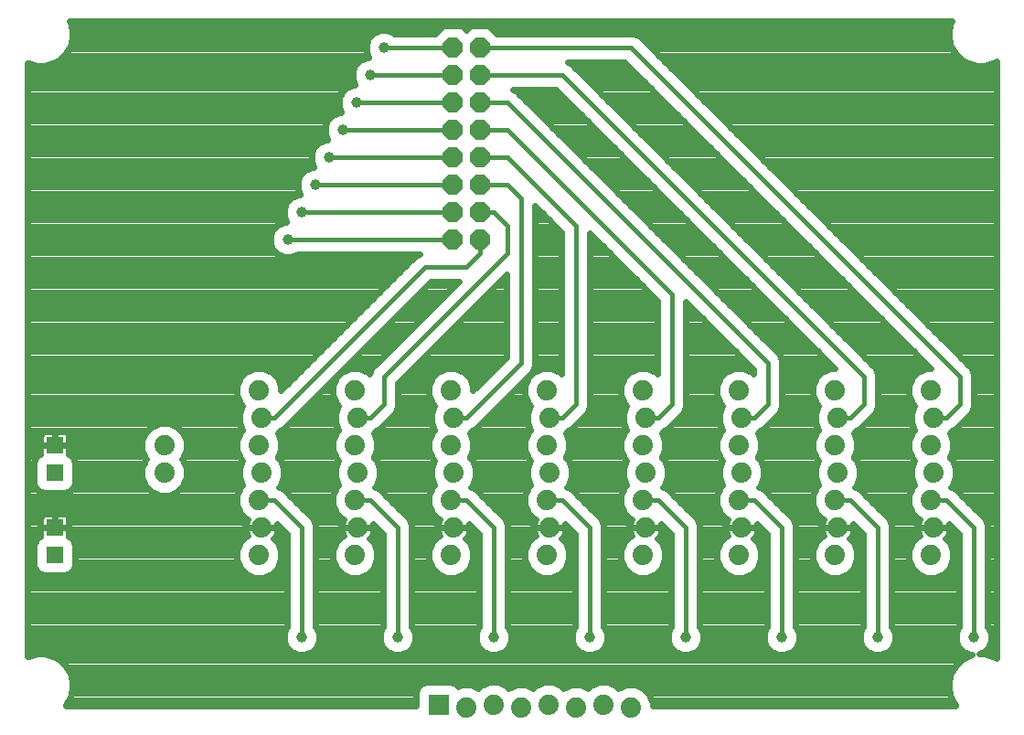
<source format=gbl>
G75*
%MOIN*%
%OFA0B0*%
%FSLAX25Y25*%
%IPPOS*%
%LPD*%
%AMOC8*
5,1,8,0,0,1.08239X$1,22.5*
%
%ADD10C,0.07400*%
%ADD11R,0.06000X0.06000*%
%ADD12R,0.07400X0.07400*%
%ADD13OC8,0.07400*%
%ADD14C,0.01600*%
%ADD15C,0.03962*%
%ADD16C,0.02400*%
D10*
X0091700Y0062200D03*
X0092700Y0072200D03*
X0091700Y0082200D03*
X0092700Y0092200D03*
X0091700Y0102200D03*
X0092700Y0112200D03*
X0091700Y0122200D03*
X0057200Y0102200D03*
X0057200Y0092200D03*
X0126700Y0082200D03*
X0127700Y0092200D03*
X0126700Y0102200D03*
X0127700Y0112200D03*
X0126700Y0122200D03*
X0161700Y0122200D03*
X0162700Y0112200D03*
X0161700Y0102200D03*
X0162700Y0092200D03*
X0161700Y0082200D03*
X0162700Y0072200D03*
X0161700Y0062200D03*
X0126700Y0062200D03*
X0127700Y0072200D03*
X0196700Y0062200D03*
X0197700Y0072200D03*
X0196700Y0082200D03*
X0197700Y0092200D03*
X0196700Y0102200D03*
X0197700Y0112200D03*
X0196700Y0122200D03*
X0231700Y0122200D03*
X0232700Y0112200D03*
X0231700Y0102200D03*
X0232700Y0092200D03*
X0231700Y0082200D03*
X0232700Y0072200D03*
X0231700Y0062200D03*
X0266700Y0062200D03*
X0267700Y0072200D03*
X0266700Y0082200D03*
X0267700Y0092200D03*
X0266700Y0102200D03*
X0267700Y0112200D03*
X0266700Y0122200D03*
X0301700Y0122200D03*
X0302700Y0112200D03*
X0301700Y0102200D03*
X0302700Y0092200D03*
X0301700Y0082200D03*
X0302700Y0072200D03*
X0301700Y0062200D03*
X0336700Y0062200D03*
X0337700Y0072200D03*
X0336700Y0082200D03*
X0337700Y0092200D03*
X0336700Y0102200D03*
X0337700Y0112200D03*
X0336700Y0122200D03*
X0227200Y0006700D03*
X0217200Y0007700D03*
X0207200Y0006700D03*
X0197200Y0007700D03*
X0187200Y0006700D03*
X0177200Y0007700D03*
X0167200Y0006700D03*
D11*
X0017200Y0062200D03*
X0017200Y0072200D03*
X0017200Y0092200D03*
X0017200Y0102200D03*
D12*
X0157200Y0007700D03*
D13*
X0162200Y0177200D03*
X0162200Y0187200D03*
X0172200Y0187200D03*
X0172200Y0177200D03*
X0172200Y0197200D03*
X0162200Y0197200D03*
X0162200Y0207200D03*
X0172200Y0207200D03*
X0172200Y0217200D03*
X0172200Y0227200D03*
X0162200Y0227200D03*
X0162200Y0217200D03*
X0162200Y0237200D03*
X0172200Y0237200D03*
X0172200Y0247200D03*
X0162200Y0247200D03*
D14*
X0137200Y0247200D01*
X0132200Y0237200D02*
X0162200Y0237200D01*
X0172200Y0237200D02*
X0202200Y0237200D01*
X0312200Y0127200D01*
X0312200Y0117200D01*
X0307200Y0112200D01*
X0302700Y0112200D01*
X0277200Y0117200D02*
X0277200Y0132200D01*
X0182200Y0227200D01*
X0172200Y0227200D01*
X0172200Y0217200D02*
X0182200Y0217200D01*
X0242200Y0157200D01*
X0242200Y0117200D01*
X0237200Y0112200D01*
X0232700Y0112200D01*
X0207200Y0117200D02*
X0207200Y0182200D01*
X0182200Y0207200D01*
X0172200Y0207200D01*
X0162200Y0207200D02*
X0117200Y0207200D01*
X0112200Y0197200D02*
X0162200Y0197200D01*
X0172200Y0197200D02*
X0182200Y0197200D01*
X0187200Y0192200D01*
X0187200Y0132200D01*
X0167200Y0112200D01*
X0162700Y0112200D01*
X0137200Y0117200D02*
X0137200Y0127200D01*
X0182200Y0172200D01*
X0182200Y0182200D01*
X0177200Y0187200D01*
X0172200Y0187200D01*
X0172200Y0177200D02*
X0172200Y0172200D01*
X0167200Y0167200D01*
X0152200Y0167200D01*
X0097200Y0112200D01*
X0092700Y0112200D01*
X0127700Y0112200D02*
X0132200Y0112200D01*
X0137200Y0117200D01*
X0132200Y0082200D02*
X0126700Y0082200D01*
X0132200Y0082200D02*
X0142200Y0072200D01*
X0142200Y0032200D01*
X0107200Y0032200D02*
X0107200Y0072200D01*
X0097200Y0082200D01*
X0091700Y0082200D01*
X0161700Y0082200D02*
X0167200Y0082200D01*
X0177200Y0072200D01*
X0177200Y0032200D01*
X0212200Y0032200D02*
X0212200Y0072200D01*
X0202200Y0082200D01*
X0196700Y0082200D01*
X0231700Y0082200D02*
X0237200Y0082200D01*
X0247200Y0072200D01*
X0247200Y0032200D01*
X0282200Y0032200D02*
X0282200Y0072200D01*
X0272200Y0082200D01*
X0266700Y0082200D01*
X0301700Y0082200D02*
X0307200Y0082200D01*
X0317200Y0072200D01*
X0317200Y0032200D01*
X0352200Y0032200D02*
X0352200Y0072200D01*
X0342200Y0082200D01*
X0336700Y0082200D01*
X0337700Y0112200D02*
X0342200Y0112200D01*
X0347200Y0117200D01*
X0347200Y0127200D01*
X0227200Y0247200D01*
X0172200Y0247200D01*
X0162200Y0227200D02*
X0127200Y0227200D01*
X0122200Y0217200D02*
X0162200Y0217200D01*
X0162200Y0187200D02*
X0107200Y0187200D01*
X0102200Y0177200D02*
X0162200Y0177200D01*
X0207200Y0117200D02*
X0202200Y0112200D01*
X0197700Y0112200D01*
X0267700Y0112200D02*
X0272200Y0112200D01*
X0277200Y0117200D01*
D15*
X0282200Y0032200D03*
X0317200Y0032200D03*
X0352200Y0032200D03*
X0247200Y0032200D03*
X0212200Y0032200D03*
X0177200Y0032200D03*
X0142200Y0032200D03*
X0107200Y0032200D03*
X0102200Y0177200D03*
X0107200Y0187200D03*
X0112200Y0197200D03*
X0117200Y0207200D03*
X0122200Y0217200D03*
X0127200Y0227200D03*
X0132200Y0237200D03*
X0137200Y0247200D03*
D16*
X0021402Y0007639D02*
X0021162Y0007400D01*
X0149100Y0007400D01*
X0149100Y0012275D01*
X0149770Y0013892D01*
X0151008Y0015130D01*
X0152625Y0015800D01*
X0161775Y0015800D01*
X0163392Y0015130D01*
X0164269Y0014253D01*
X0165589Y0014800D01*
X0168811Y0014800D01*
X0171663Y0013619D01*
X0172612Y0014567D01*
X0175589Y0015800D01*
X0178811Y0015800D01*
X0181788Y0014567D01*
X0182737Y0013619D01*
X0185589Y0014800D01*
X0188811Y0014800D01*
X0191663Y0013619D01*
X0192612Y0014567D01*
X0195589Y0015800D01*
X0198811Y0015800D01*
X0201788Y0014567D01*
X0202737Y0013619D01*
X0205589Y0014800D01*
X0208811Y0014800D01*
X0211663Y0013619D01*
X0212612Y0014567D01*
X0215589Y0015800D01*
X0218811Y0015800D01*
X0221788Y0014567D01*
X0222737Y0013619D01*
X0225589Y0014800D01*
X0228811Y0014800D01*
X0231788Y0013567D01*
X0234067Y0011288D01*
X0235300Y0008311D01*
X0235300Y0007400D01*
X0345738Y0007400D01*
X0345498Y0007639D01*
X0343984Y0010261D01*
X0343201Y0013186D01*
X0343201Y0016214D01*
X0343984Y0019139D01*
X0345498Y0021761D01*
X0347639Y0023902D01*
X0350261Y0025416D01*
X0351767Y0025819D01*
X0350931Y0025819D01*
X0348585Y0026790D01*
X0346790Y0028585D01*
X0345819Y0030931D01*
X0345819Y0033469D01*
X0346790Y0035815D01*
X0347000Y0036024D01*
X0347000Y0070046D01*
X0343450Y0073596D01*
X0343455Y0073582D01*
X0343600Y0072664D01*
X0343600Y0072200D01*
X0337700Y0072200D01*
X0337700Y0072200D01*
X0343600Y0072200D01*
X0343600Y0071736D01*
X0343455Y0070818D01*
X0343168Y0069935D01*
X0342746Y0069108D01*
X0342200Y0068356D01*
X0342099Y0068256D01*
X0343567Y0066788D01*
X0344800Y0063811D01*
X0344800Y0060589D01*
X0343567Y0057612D01*
X0341288Y0055333D01*
X0338311Y0054100D01*
X0335089Y0054100D01*
X0332112Y0055333D01*
X0329833Y0057612D01*
X0328600Y0060589D01*
X0328600Y0063811D01*
X0329833Y0066788D01*
X0332112Y0069067D01*
X0332577Y0069259D01*
X0332232Y0069935D01*
X0331945Y0070818D01*
X0331800Y0071736D01*
X0331800Y0072200D01*
X0337700Y0072200D01*
X0337700Y0072200D01*
X0331800Y0072200D01*
X0331800Y0072664D01*
X0331945Y0073582D01*
X0332232Y0074465D01*
X0332577Y0075141D01*
X0332112Y0075333D01*
X0329833Y0077612D01*
X0328600Y0080589D01*
X0328600Y0083811D01*
X0329833Y0086788D01*
X0330781Y0087737D01*
X0329600Y0090589D01*
X0329600Y0093811D01*
X0330781Y0096663D01*
X0329833Y0097612D01*
X0328600Y0100589D01*
X0328600Y0103811D01*
X0329833Y0106788D01*
X0330781Y0107737D01*
X0329600Y0110589D01*
X0329600Y0113811D01*
X0330781Y0116663D01*
X0329833Y0117612D01*
X0328600Y0120589D01*
X0328600Y0123811D01*
X0329833Y0126788D01*
X0332112Y0129067D01*
X0335089Y0130300D01*
X0336746Y0130300D01*
X0225046Y0242000D01*
X0204200Y0242000D01*
X0205146Y0241608D01*
X0206608Y0240146D01*
X0316608Y0130146D01*
X0317400Y0128234D01*
X0317400Y0116166D01*
X0316608Y0114254D01*
X0315146Y0112792D01*
X0310146Y0107792D01*
X0309465Y0107510D01*
X0308619Y0106663D01*
X0309800Y0103811D01*
X0309800Y0100589D01*
X0308619Y0097737D01*
X0309567Y0096788D01*
X0310800Y0093811D01*
X0310800Y0090589D01*
X0309567Y0087612D01*
X0309027Y0087072D01*
X0310146Y0086608D01*
X0320146Y0076608D01*
X0321608Y0075146D01*
X0322400Y0073234D01*
X0322400Y0036024D01*
X0322610Y0035815D01*
X0323581Y0033469D01*
X0323581Y0030931D01*
X0322610Y0028585D01*
X0320815Y0026790D01*
X0318469Y0025819D01*
X0315931Y0025819D01*
X0313585Y0026790D01*
X0311790Y0028585D01*
X0310819Y0030931D01*
X0310819Y0033469D01*
X0311790Y0035815D01*
X0312000Y0036024D01*
X0312000Y0070046D01*
X0308450Y0073596D01*
X0308455Y0073582D01*
X0308600Y0072664D01*
X0308600Y0072200D01*
X0302700Y0072200D01*
X0302700Y0072200D01*
X0308600Y0072200D01*
X0308600Y0071736D01*
X0308455Y0070818D01*
X0308168Y0069935D01*
X0307746Y0069108D01*
X0307200Y0068356D01*
X0307099Y0068256D01*
X0308567Y0066788D01*
X0309800Y0063811D01*
X0309800Y0060589D01*
X0308567Y0057612D01*
X0306288Y0055333D01*
X0303311Y0054100D01*
X0300089Y0054100D01*
X0297112Y0055333D01*
X0294833Y0057612D01*
X0293600Y0060589D01*
X0293600Y0063811D01*
X0294833Y0066788D01*
X0297112Y0069067D01*
X0297577Y0069259D01*
X0297232Y0069935D01*
X0296945Y0070818D01*
X0296800Y0071736D01*
X0296800Y0072200D01*
X0302700Y0072200D01*
X0302700Y0072200D01*
X0296800Y0072200D01*
X0296800Y0072664D01*
X0296945Y0073582D01*
X0297232Y0074465D01*
X0297577Y0075141D01*
X0297112Y0075333D01*
X0294833Y0077612D01*
X0293600Y0080589D01*
X0293600Y0083811D01*
X0294833Y0086788D01*
X0295781Y0087737D01*
X0294600Y0090589D01*
X0294600Y0093811D01*
X0295781Y0096663D01*
X0294833Y0097612D01*
X0293600Y0100589D01*
X0293600Y0103811D01*
X0294833Y0106788D01*
X0295781Y0107737D01*
X0294600Y0110589D01*
X0294600Y0113811D01*
X0295781Y0116663D01*
X0294833Y0117612D01*
X0293600Y0120589D01*
X0293600Y0123811D01*
X0294833Y0126788D01*
X0297112Y0129067D01*
X0300089Y0130300D01*
X0301746Y0130300D01*
X0200046Y0232000D01*
X0184200Y0232000D01*
X0185146Y0231608D01*
X0186608Y0230146D01*
X0281608Y0135146D01*
X0282400Y0133234D01*
X0282400Y0116166D01*
X0281608Y0114254D01*
X0280146Y0112792D01*
X0275146Y0107792D01*
X0274465Y0107510D01*
X0273619Y0106663D01*
X0274800Y0103811D01*
X0274800Y0100589D01*
X0273619Y0097737D01*
X0274567Y0096788D01*
X0275800Y0093811D01*
X0275800Y0090589D01*
X0274567Y0087612D01*
X0274027Y0087072D01*
X0275146Y0086608D01*
X0276608Y0085146D01*
X0276608Y0085146D01*
X0285146Y0076608D01*
X0285146Y0076608D01*
X0286608Y0075146D01*
X0287400Y0073234D01*
X0287400Y0036024D01*
X0287610Y0035815D01*
X0288581Y0033469D01*
X0288581Y0030931D01*
X0287610Y0028585D01*
X0285815Y0026790D01*
X0283469Y0025819D01*
X0280931Y0025819D01*
X0278585Y0026790D01*
X0276790Y0028585D01*
X0275819Y0030931D01*
X0275819Y0033469D01*
X0276790Y0035815D01*
X0277000Y0036024D01*
X0277000Y0070046D01*
X0273450Y0073596D01*
X0273455Y0073582D01*
X0273600Y0072664D01*
X0273600Y0072200D01*
X0267700Y0072200D01*
X0267700Y0072200D01*
X0273600Y0072200D01*
X0273600Y0071736D01*
X0273455Y0070818D01*
X0273168Y0069935D01*
X0272746Y0069108D01*
X0272200Y0068356D01*
X0272099Y0068256D01*
X0273567Y0066788D01*
X0274800Y0063811D01*
X0274800Y0060589D01*
X0273567Y0057612D01*
X0271288Y0055333D01*
X0268311Y0054100D01*
X0265089Y0054100D01*
X0262112Y0055333D01*
X0259833Y0057612D01*
X0258600Y0060589D01*
X0258600Y0063811D01*
X0259833Y0066788D01*
X0262112Y0069067D01*
X0262577Y0069259D01*
X0262232Y0069935D01*
X0261945Y0070818D01*
X0261800Y0071736D01*
X0261800Y0072200D01*
X0267700Y0072200D01*
X0267700Y0072200D01*
X0261800Y0072200D01*
X0261800Y0072664D01*
X0261945Y0073582D01*
X0262232Y0074465D01*
X0262577Y0075141D01*
X0262112Y0075333D01*
X0259833Y0077612D01*
X0258600Y0080589D01*
X0258600Y0083811D01*
X0259833Y0086788D01*
X0260781Y0087737D01*
X0259600Y0090589D01*
X0259600Y0093811D01*
X0260781Y0096663D01*
X0259833Y0097612D01*
X0258600Y0100589D01*
X0258600Y0103811D01*
X0259833Y0106788D01*
X0260781Y0107737D01*
X0259600Y0110589D01*
X0259600Y0113811D01*
X0260781Y0116663D01*
X0259833Y0117612D01*
X0258600Y0120589D01*
X0258600Y0123811D01*
X0259833Y0126788D01*
X0262112Y0129067D01*
X0265089Y0130300D01*
X0268311Y0130300D01*
X0271288Y0129067D01*
X0272000Y0128355D01*
X0272000Y0130046D01*
X0247400Y0154646D01*
X0247400Y0116166D01*
X0246608Y0114254D01*
X0245146Y0112792D01*
X0240146Y0107792D01*
X0239465Y0107510D01*
X0238619Y0106663D01*
X0239800Y0103811D01*
X0239800Y0100589D01*
X0238619Y0097737D01*
X0239567Y0096788D01*
X0240800Y0093811D01*
X0240800Y0090589D01*
X0239567Y0087612D01*
X0239027Y0087072D01*
X0240146Y0086608D01*
X0250146Y0076608D01*
X0251608Y0075146D01*
X0252400Y0073234D01*
X0252400Y0036024D01*
X0252610Y0035815D01*
X0253581Y0033469D01*
X0253581Y0030931D01*
X0252610Y0028585D01*
X0250815Y0026790D01*
X0248469Y0025819D01*
X0245931Y0025819D01*
X0243585Y0026790D01*
X0241790Y0028585D01*
X0240819Y0030931D01*
X0240819Y0033469D01*
X0241790Y0035815D01*
X0242000Y0036024D01*
X0242000Y0070046D01*
X0238450Y0073596D01*
X0238455Y0073582D01*
X0238600Y0072664D01*
X0238600Y0072200D01*
X0232700Y0072200D01*
X0232700Y0072200D01*
X0238600Y0072200D01*
X0238600Y0071736D01*
X0238455Y0070818D01*
X0238168Y0069935D01*
X0237746Y0069108D01*
X0237200Y0068356D01*
X0237099Y0068256D01*
X0238567Y0066788D01*
X0239800Y0063811D01*
X0239800Y0060589D01*
X0238567Y0057612D01*
X0236288Y0055333D01*
X0233311Y0054100D01*
X0230089Y0054100D01*
X0227112Y0055333D01*
X0224833Y0057612D01*
X0223600Y0060589D01*
X0223600Y0063811D01*
X0224833Y0066788D01*
X0227112Y0069067D01*
X0227577Y0069259D01*
X0227232Y0069935D01*
X0226945Y0070818D01*
X0226800Y0071736D01*
X0226800Y0072200D01*
X0232700Y0072200D01*
X0232700Y0072200D01*
X0226800Y0072200D01*
X0226800Y0072664D01*
X0226945Y0073582D01*
X0227232Y0074465D01*
X0227577Y0075141D01*
X0227112Y0075333D01*
X0224833Y0077612D01*
X0223600Y0080589D01*
X0223600Y0083811D01*
X0224833Y0086788D01*
X0225781Y0087737D01*
X0224600Y0090589D01*
X0224600Y0093811D01*
X0225781Y0096663D01*
X0224833Y0097612D01*
X0223600Y0100589D01*
X0223600Y0103811D01*
X0224833Y0106788D01*
X0225781Y0107737D01*
X0224600Y0110589D01*
X0224600Y0113811D01*
X0225781Y0116663D01*
X0224833Y0117612D01*
X0223600Y0120589D01*
X0223600Y0123811D01*
X0224833Y0126788D01*
X0227112Y0129067D01*
X0230089Y0130300D01*
X0233311Y0130300D01*
X0236288Y0129067D01*
X0237000Y0128355D01*
X0237000Y0155046D01*
X0212400Y0179646D01*
X0212400Y0116166D01*
X0211608Y0114254D01*
X0210146Y0112792D01*
X0205146Y0107792D01*
X0204465Y0107510D01*
X0203619Y0106663D01*
X0204800Y0103811D01*
X0204800Y0100589D01*
X0203619Y0097737D01*
X0204567Y0096788D01*
X0205800Y0093811D01*
X0205800Y0090589D01*
X0204567Y0087612D01*
X0204027Y0087072D01*
X0205146Y0086608D01*
X0215146Y0076608D01*
X0216608Y0075146D01*
X0217400Y0073234D01*
X0217400Y0036024D01*
X0217610Y0035815D01*
X0218581Y0033469D01*
X0218581Y0030931D01*
X0217610Y0028585D01*
X0215815Y0026790D01*
X0213469Y0025819D01*
X0210931Y0025819D01*
X0208585Y0026790D01*
X0206790Y0028585D01*
X0205819Y0030931D01*
X0205819Y0033469D01*
X0206790Y0035815D01*
X0207000Y0036024D01*
X0207000Y0070046D01*
X0203450Y0073596D01*
X0203455Y0073582D01*
X0203600Y0072664D01*
X0203600Y0072200D01*
X0197700Y0072200D01*
X0197700Y0072200D01*
X0203600Y0072200D01*
X0203600Y0071736D01*
X0203455Y0070818D01*
X0203168Y0069935D01*
X0202746Y0069108D01*
X0202200Y0068356D01*
X0202099Y0068256D01*
X0203567Y0066788D01*
X0204800Y0063811D01*
X0204800Y0060589D01*
X0203567Y0057612D01*
X0201288Y0055333D01*
X0198311Y0054100D01*
X0195089Y0054100D01*
X0192112Y0055333D01*
X0189833Y0057612D01*
X0188600Y0060589D01*
X0188600Y0063811D01*
X0189833Y0066788D01*
X0192112Y0069067D01*
X0192577Y0069259D01*
X0192232Y0069935D01*
X0191945Y0070818D01*
X0191800Y0071736D01*
X0191800Y0072200D01*
X0197700Y0072200D01*
X0197700Y0072200D01*
X0191800Y0072200D01*
X0191800Y0072664D01*
X0191945Y0073582D01*
X0192232Y0074465D01*
X0192577Y0075141D01*
X0192112Y0075333D01*
X0189833Y0077612D01*
X0188600Y0080589D01*
X0188600Y0083811D01*
X0189833Y0086788D01*
X0190781Y0087737D01*
X0189600Y0090589D01*
X0189600Y0093811D01*
X0190781Y0096663D01*
X0189833Y0097612D01*
X0188600Y0100589D01*
X0188600Y0103811D01*
X0189833Y0106788D01*
X0190781Y0107737D01*
X0189600Y0110589D01*
X0189600Y0113811D01*
X0190781Y0116663D01*
X0189833Y0117612D01*
X0188600Y0120589D01*
X0188600Y0123811D01*
X0189833Y0126788D01*
X0192112Y0129067D01*
X0195089Y0130300D01*
X0198311Y0130300D01*
X0201288Y0129067D01*
X0202000Y0128355D01*
X0202000Y0180046D01*
X0192400Y0189646D01*
X0192400Y0131166D01*
X0191608Y0129254D01*
X0190146Y0127792D01*
X0170146Y0107792D01*
X0169465Y0107510D01*
X0168619Y0106663D01*
X0169800Y0103811D01*
X0169800Y0100589D01*
X0168619Y0097737D01*
X0169567Y0096788D01*
X0170800Y0093811D01*
X0170800Y0090589D01*
X0169567Y0087612D01*
X0169027Y0087072D01*
X0170146Y0086608D01*
X0180146Y0076608D01*
X0181608Y0075146D01*
X0182400Y0073234D01*
X0182400Y0036024D01*
X0182610Y0035815D01*
X0183581Y0033469D01*
X0183581Y0030931D01*
X0182610Y0028585D01*
X0180815Y0026790D01*
X0178469Y0025819D01*
X0175931Y0025819D01*
X0173585Y0026790D01*
X0171790Y0028585D01*
X0170819Y0030931D01*
X0170819Y0033469D01*
X0171790Y0035815D01*
X0172000Y0036024D01*
X0172000Y0070046D01*
X0168450Y0073596D01*
X0168455Y0073582D01*
X0168600Y0072664D01*
X0168600Y0072200D01*
X0162700Y0072200D01*
X0162700Y0072200D01*
X0168600Y0072200D01*
X0168600Y0071736D01*
X0168455Y0070818D01*
X0168168Y0069935D01*
X0167746Y0069108D01*
X0167200Y0068356D01*
X0167099Y0068256D01*
X0168567Y0066788D01*
X0169800Y0063811D01*
X0169800Y0060589D01*
X0168567Y0057612D01*
X0166288Y0055333D01*
X0163311Y0054100D01*
X0160089Y0054100D01*
X0157112Y0055333D01*
X0154833Y0057612D01*
X0153600Y0060589D01*
X0153600Y0063811D01*
X0154833Y0066788D01*
X0157112Y0069067D01*
X0157577Y0069259D01*
X0157232Y0069935D01*
X0156945Y0070818D01*
X0156800Y0071736D01*
X0156800Y0072200D01*
X0162700Y0072200D01*
X0162700Y0072200D01*
X0156800Y0072200D01*
X0156800Y0072664D01*
X0156945Y0073582D01*
X0157232Y0074465D01*
X0157577Y0075141D01*
X0157112Y0075333D01*
X0154833Y0077612D01*
X0153600Y0080589D01*
X0153600Y0083811D01*
X0154833Y0086788D01*
X0155781Y0087737D01*
X0154600Y0090589D01*
X0154600Y0093811D01*
X0155781Y0096663D01*
X0154833Y0097612D01*
X0153600Y0100589D01*
X0153600Y0103811D01*
X0154833Y0106788D01*
X0155781Y0107737D01*
X0154600Y0110589D01*
X0154600Y0113811D01*
X0155781Y0116663D01*
X0154833Y0117612D01*
X0153600Y0120589D01*
X0153600Y0123811D01*
X0154833Y0126788D01*
X0157112Y0129067D01*
X0160089Y0130300D01*
X0163311Y0130300D01*
X0166288Y0129067D01*
X0168567Y0126788D01*
X0169800Y0123811D01*
X0169800Y0122154D01*
X0182000Y0134354D01*
X0182000Y0164646D01*
X0142400Y0125046D01*
X0142400Y0116166D01*
X0141608Y0114254D01*
X0140146Y0112792D01*
X0135146Y0107792D01*
X0134465Y0107510D01*
X0133619Y0106663D01*
X0134800Y0103811D01*
X0134800Y0100589D01*
X0133619Y0097737D01*
X0134567Y0096788D01*
X0135800Y0093811D01*
X0135800Y0090589D01*
X0134567Y0087612D01*
X0134027Y0087072D01*
X0135146Y0086608D01*
X0145146Y0076608D01*
X0146608Y0075146D01*
X0147400Y0073234D01*
X0147400Y0036024D01*
X0147610Y0035815D01*
X0148581Y0033469D01*
X0148581Y0030931D01*
X0147610Y0028585D01*
X0145815Y0026790D01*
X0143469Y0025819D01*
X0140931Y0025819D01*
X0138585Y0026790D01*
X0136790Y0028585D01*
X0135819Y0030931D01*
X0135819Y0033469D01*
X0136790Y0035815D01*
X0137000Y0036024D01*
X0137000Y0070046D01*
X0133450Y0073596D01*
X0133455Y0073582D01*
X0133600Y0072664D01*
X0133600Y0072200D01*
X0127700Y0072200D01*
X0127700Y0072200D01*
X0133600Y0072200D01*
X0133600Y0071736D01*
X0133455Y0070818D01*
X0133168Y0069935D01*
X0132746Y0069108D01*
X0132200Y0068356D01*
X0132099Y0068256D01*
X0133567Y0066788D01*
X0134800Y0063811D01*
X0134800Y0060589D01*
X0133567Y0057612D01*
X0131288Y0055333D01*
X0128311Y0054100D01*
X0125089Y0054100D01*
X0122112Y0055333D01*
X0119833Y0057612D01*
X0118600Y0060589D01*
X0118600Y0063811D01*
X0119833Y0066788D01*
X0122112Y0069067D01*
X0122577Y0069259D01*
X0122232Y0069935D01*
X0121945Y0070818D01*
X0121800Y0071736D01*
X0121800Y0072200D01*
X0127700Y0072200D01*
X0127700Y0072200D01*
X0121800Y0072200D01*
X0121800Y0072664D01*
X0121945Y0073582D01*
X0122232Y0074465D01*
X0122577Y0075141D01*
X0122112Y0075333D01*
X0119833Y0077612D01*
X0118600Y0080589D01*
X0118600Y0083811D01*
X0119833Y0086788D01*
X0120781Y0087737D01*
X0119600Y0090589D01*
X0119600Y0093811D01*
X0120781Y0096663D01*
X0119833Y0097612D01*
X0118600Y0100589D01*
X0118600Y0103811D01*
X0119833Y0106788D01*
X0120781Y0107737D01*
X0119600Y0110589D01*
X0119600Y0113811D01*
X0120781Y0116663D01*
X0119833Y0117612D01*
X0118600Y0120589D01*
X0118600Y0123811D01*
X0119833Y0126788D01*
X0122112Y0129067D01*
X0125089Y0130300D01*
X0128311Y0130300D01*
X0131288Y0129067D01*
X0132035Y0128320D01*
X0132792Y0130146D01*
X0164646Y0162000D01*
X0154354Y0162000D01*
X0100146Y0107792D01*
X0099465Y0107510D01*
X0098619Y0106663D01*
X0099800Y0103811D01*
X0099800Y0100589D01*
X0098619Y0097737D01*
X0099567Y0096788D01*
X0100800Y0093811D01*
X0100800Y0090589D01*
X0099567Y0087612D01*
X0099027Y0087072D01*
X0100146Y0086608D01*
X0110146Y0076608D01*
X0111608Y0075146D01*
X0112400Y0073234D01*
X0112400Y0036024D01*
X0112610Y0035815D01*
X0113581Y0033469D01*
X0113581Y0030931D01*
X0112610Y0028585D01*
X0110815Y0026790D01*
X0108469Y0025819D01*
X0105931Y0025819D01*
X0103585Y0026790D01*
X0101790Y0028585D01*
X0100819Y0030931D01*
X0100819Y0033469D01*
X0101790Y0035815D01*
X0102000Y0036024D01*
X0102000Y0070046D01*
X0098450Y0073596D01*
X0098455Y0073582D01*
X0098600Y0072664D01*
X0098600Y0072200D01*
X0092700Y0072200D01*
X0092700Y0072200D01*
X0098600Y0072200D01*
X0098600Y0071736D01*
X0098455Y0070818D01*
X0098168Y0069935D01*
X0097746Y0069108D01*
X0097200Y0068356D01*
X0097099Y0068256D01*
X0098567Y0066788D01*
X0099800Y0063811D01*
X0099800Y0060589D01*
X0098567Y0057612D01*
X0096288Y0055333D01*
X0093311Y0054100D01*
X0090089Y0054100D01*
X0087112Y0055333D01*
X0084833Y0057612D01*
X0083600Y0060589D01*
X0083600Y0063811D01*
X0084833Y0066788D01*
X0087112Y0069067D01*
X0087577Y0069259D01*
X0087232Y0069935D01*
X0086945Y0070818D01*
X0086800Y0071736D01*
X0086800Y0072200D01*
X0092700Y0072200D01*
X0092700Y0072200D01*
X0086800Y0072200D01*
X0086800Y0072664D01*
X0086945Y0073582D01*
X0087232Y0074465D01*
X0087577Y0075141D01*
X0087112Y0075333D01*
X0084833Y0077612D01*
X0083600Y0080589D01*
X0083600Y0083811D01*
X0084833Y0086788D01*
X0085781Y0087737D01*
X0084600Y0090589D01*
X0084600Y0093811D01*
X0085781Y0096663D01*
X0084833Y0097612D01*
X0083600Y0100589D01*
X0083600Y0103811D01*
X0084833Y0106788D01*
X0085781Y0107737D01*
X0084600Y0110589D01*
X0084600Y0113811D01*
X0085781Y0116663D01*
X0084833Y0117612D01*
X0083600Y0120589D01*
X0083600Y0123811D01*
X0084833Y0126788D01*
X0087112Y0129067D01*
X0090089Y0130300D01*
X0093311Y0130300D01*
X0096288Y0129067D01*
X0098567Y0126788D01*
X0099800Y0123811D01*
X0099800Y0122154D01*
X0147792Y0170146D01*
X0149254Y0171608D01*
X0150200Y0172000D01*
X0106024Y0172000D01*
X0105815Y0171790D01*
X0103469Y0170819D01*
X0100931Y0170819D01*
X0098585Y0171790D01*
X0096790Y0173585D01*
X0095819Y0175931D01*
X0095819Y0178469D01*
X0096790Y0180815D01*
X0098585Y0182610D01*
X0100931Y0183581D01*
X0101795Y0183581D01*
X0101790Y0183585D01*
X0100819Y0185931D01*
X0100819Y0188469D01*
X0101790Y0190815D01*
X0103585Y0192610D01*
X0105931Y0193581D01*
X0106795Y0193581D01*
X0106790Y0193585D01*
X0105819Y0195931D01*
X0105819Y0198469D01*
X0106790Y0200815D01*
X0108585Y0202610D01*
X0110931Y0203581D01*
X0111795Y0203581D01*
X0111790Y0203585D01*
X0110819Y0205931D01*
X0110819Y0208469D01*
X0111790Y0210815D01*
X0113585Y0212610D01*
X0115931Y0213581D01*
X0116795Y0213581D01*
X0116790Y0213585D01*
X0115819Y0215931D01*
X0115819Y0218469D01*
X0116790Y0220815D01*
X0118585Y0222610D01*
X0120931Y0223581D01*
X0121795Y0223581D01*
X0121790Y0223585D01*
X0120819Y0225931D01*
X0120819Y0228469D01*
X0121790Y0230815D01*
X0123585Y0232610D01*
X0125931Y0233581D01*
X0126795Y0233581D01*
X0126790Y0233585D01*
X0125819Y0235931D01*
X0125819Y0238469D01*
X0126790Y0240815D01*
X0128585Y0242610D01*
X0130931Y0243581D01*
X0131795Y0243581D01*
X0131790Y0243585D01*
X0130819Y0245931D01*
X0130819Y0248469D01*
X0131790Y0250815D01*
X0133585Y0252610D01*
X0135931Y0253581D01*
X0138469Y0253581D01*
X0140815Y0252610D01*
X0141024Y0252400D01*
X0155945Y0252400D01*
X0158845Y0255300D01*
X0165555Y0255300D01*
X0167200Y0253655D01*
X0168845Y0255300D01*
X0175555Y0255300D01*
X0178455Y0252400D01*
X0228234Y0252400D01*
X0230146Y0251608D01*
X0231608Y0250146D01*
X0351608Y0130146D01*
X0352400Y0128234D01*
X0352400Y0116166D01*
X0351608Y0114254D01*
X0350146Y0112792D01*
X0345146Y0107792D01*
X0344465Y0107510D01*
X0343619Y0106663D01*
X0344800Y0103811D01*
X0344800Y0100589D01*
X0343619Y0097737D01*
X0344567Y0096788D01*
X0345800Y0093811D01*
X0345800Y0090589D01*
X0344567Y0087612D01*
X0344027Y0087072D01*
X0345146Y0086608D01*
X0355146Y0076608D01*
X0356608Y0075146D01*
X0357400Y0073234D01*
X0357400Y0036024D01*
X0357610Y0035815D01*
X0358581Y0033469D01*
X0358581Y0030931D01*
X0357610Y0028585D01*
X0355815Y0026790D01*
X0354387Y0026199D01*
X0356214Y0026199D01*
X0359139Y0025416D01*
X0360701Y0024514D01*
X0360701Y0242386D01*
X0359139Y0241484D01*
X0356214Y0240701D01*
X0353186Y0240701D01*
X0350261Y0241484D01*
X0347639Y0242998D01*
X0345498Y0245139D01*
X0343984Y0247761D01*
X0343201Y0250686D01*
X0343201Y0253714D01*
X0343984Y0256639D01*
X0344170Y0256961D01*
X0022730Y0256961D01*
X0022916Y0256639D01*
X0023699Y0253714D01*
X0023699Y0250686D01*
X0022916Y0247761D01*
X0021402Y0245139D01*
X0019261Y0242998D01*
X0016639Y0241484D01*
X0013714Y0240701D01*
X0010686Y0240701D01*
X0007761Y0241484D01*
X0007400Y0241693D01*
X0007400Y0025207D01*
X0007761Y0025416D01*
X0010686Y0026199D01*
X0013714Y0026199D01*
X0016639Y0025416D01*
X0019261Y0023902D01*
X0021402Y0021761D01*
X0022916Y0019139D01*
X0023699Y0016214D01*
X0023699Y0013186D01*
X0022916Y0010261D01*
X0021402Y0007639D01*
X0022416Y0009396D02*
X0149100Y0009396D01*
X0149100Y0011794D02*
X0023326Y0011794D01*
X0023699Y0014193D02*
X0150070Y0014193D01*
X0144353Y0026185D02*
X0175047Y0026185D01*
X0171792Y0028584D02*
X0147608Y0028584D01*
X0148581Y0030982D02*
X0170819Y0030982D01*
X0170819Y0033381D02*
X0148581Y0033381D01*
X0147624Y0035779D02*
X0171776Y0035779D01*
X0172000Y0038178D02*
X0147400Y0038178D01*
X0147400Y0040576D02*
X0172000Y0040576D01*
X0172000Y0042975D02*
X0147400Y0042975D01*
X0147400Y0045373D02*
X0172000Y0045373D01*
X0172000Y0047772D02*
X0147400Y0047772D01*
X0147400Y0050170D02*
X0172000Y0050170D01*
X0172000Y0052569D02*
X0147400Y0052569D01*
X0147400Y0054967D02*
X0157995Y0054967D01*
X0155079Y0057366D02*
X0147400Y0057366D01*
X0147400Y0059764D02*
X0153942Y0059764D01*
X0153600Y0062163D02*
X0147400Y0062163D01*
X0147400Y0064561D02*
X0153911Y0064561D01*
X0155005Y0066960D02*
X0147400Y0066960D01*
X0147400Y0069358D02*
X0157526Y0069358D01*
X0156800Y0071757D02*
X0147400Y0071757D01*
X0147019Y0074155D02*
X0157132Y0074155D01*
X0155891Y0076554D02*
X0145200Y0076554D01*
X0142802Y0078952D02*
X0154278Y0078952D01*
X0153600Y0081351D02*
X0140403Y0081351D01*
X0138005Y0083749D02*
X0153600Y0083749D01*
X0154568Y0086148D02*
X0135606Y0086148D01*
X0134954Y0088546D02*
X0155446Y0088546D01*
X0154600Y0090945D02*
X0135800Y0090945D01*
X0135800Y0093343D02*
X0154600Y0093343D01*
X0155400Y0095742D02*
X0135000Y0095742D01*
X0133786Y0098140D02*
X0154614Y0098140D01*
X0153621Y0100539D02*
X0134779Y0100539D01*
X0134800Y0102937D02*
X0153600Y0102937D01*
X0154232Y0105336D02*
X0134168Y0105336D01*
X0135008Y0107734D02*
X0155779Y0107734D01*
X0154789Y0110133D02*
X0137487Y0110133D01*
X0139885Y0112532D02*
X0154600Y0112532D01*
X0155063Y0114930D02*
X0141888Y0114930D01*
X0142400Y0117329D02*
X0155116Y0117329D01*
X0153957Y0119727D02*
X0142400Y0119727D01*
X0142400Y0122126D02*
X0153600Y0122126D01*
X0153895Y0124524D02*
X0142400Y0124524D01*
X0144276Y0126923D02*
X0154967Y0126923D01*
X0157726Y0129321D02*
X0146675Y0129321D01*
X0149074Y0131720D02*
X0179366Y0131720D01*
X0181764Y0134118D02*
X0151472Y0134118D01*
X0153871Y0136517D02*
X0182000Y0136517D01*
X0182000Y0138915D02*
X0156269Y0138915D01*
X0158668Y0141314D02*
X0182000Y0141314D01*
X0182000Y0143712D02*
X0161066Y0143712D01*
X0163465Y0146111D02*
X0182000Y0146111D01*
X0182000Y0148509D02*
X0165863Y0148509D01*
X0168262Y0150908D02*
X0182000Y0150908D01*
X0182000Y0153306D02*
X0170660Y0153306D01*
X0173059Y0155705D02*
X0182000Y0155705D01*
X0182000Y0158103D02*
X0175457Y0158103D01*
X0177856Y0160502D02*
X0182000Y0160502D01*
X0182000Y0162900D02*
X0180254Y0162900D01*
X0192400Y0162900D02*
X0202000Y0162900D01*
X0202000Y0160502D02*
X0192400Y0160502D01*
X0192400Y0158103D02*
X0202000Y0158103D01*
X0202000Y0155705D02*
X0192400Y0155705D01*
X0192400Y0153306D02*
X0202000Y0153306D01*
X0202000Y0150908D02*
X0192400Y0150908D01*
X0192400Y0148509D02*
X0202000Y0148509D01*
X0202000Y0146111D02*
X0192400Y0146111D01*
X0192400Y0143712D02*
X0202000Y0143712D01*
X0202000Y0141314D02*
X0192400Y0141314D01*
X0192400Y0138915D02*
X0202000Y0138915D01*
X0202000Y0136517D02*
X0192400Y0136517D01*
X0192400Y0134118D02*
X0202000Y0134118D01*
X0202000Y0131720D02*
X0192400Y0131720D01*
X0192726Y0129321D02*
X0191636Y0129321D01*
X0189967Y0126923D02*
X0189277Y0126923D01*
X0188895Y0124524D02*
X0186878Y0124524D01*
X0188600Y0122126D02*
X0184479Y0122126D01*
X0182081Y0119727D02*
X0188957Y0119727D01*
X0190116Y0117329D02*
X0179682Y0117329D01*
X0177284Y0114930D02*
X0190063Y0114930D01*
X0189600Y0112532D02*
X0174885Y0112532D01*
X0172487Y0110133D02*
X0189789Y0110133D01*
X0190779Y0107734D02*
X0170008Y0107734D01*
X0169168Y0105336D02*
X0189232Y0105336D01*
X0188600Y0102937D02*
X0169800Y0102937D01*
X0169779Y0100539D02*
X0188621Y0100539D01*
X0189614Y0098140D02*
X0168786Y0098140D01*
X0170000Y0095742D02*
X0190400Y0095742D01*
X0189600Y0093343D02*
X0170800Y0093343D01*
X0170800Y0090945D02*
X0189600Y0090945D01*
X0190446Y0088546D02*
X0169954Y0088546D01*
X0170606Y0086148D02*
X0189568Y0086148D01*
X0188600Y0083749D02*
X0173005Y0083749D01*
X0175403Y0081351D02*
X0188600Y0081351D01*
X0189278Y0078952D02*
X0177802Y0078952D01*
X0180200Y0076554D02*
X0190891Y0076554D01*
X0192132Y0074155D02*
X0182019Y0074155D01*
X0182400Y0071757D02*
X0191800Y0071757D01*
X0192526Y0069358D02*
X0182400Y0069358D01*
X0182400Y0066960D02*
X0190005Y0066960D01*
X0188911Y0064561D02*
X0182400Y0064561D01*
X0182400Y0062163D02*
X0188600Y0062163D01*
X0188942Y0059764D02*
X0182400Y0059764D01*
X0182400Y0057366D02*
X0190079Y0057366D01*
X0192995Y0054967D02*
X0182400Y0054967D01*
X0182400Y0052569D02*
X0207000Y0052569D01*
X0207000Y0054967D02*
X0200405Y0054967D01*
X0203321Y0057366D02*
X0207000Y0057366D01*
X0207000Y0059764D02*
X0204458Y0059764D01*
X0204800Y0062163D02*
X0207000Y0062163D01*
X0207000Y0064561D02*
X0204489Y0064561D01*
X0203395Y0066960D02*
X0207000Y0066960D01*
X0207000Y0069358D02*
X0202874Y0069358D01*
X0203600Y0071757D02*
X0205289Y0071757D01*
X0212802Y0078952D02*
X0224278Y0078952D01*
X0223600Y0081351D02*
X0210403Y0081351D01*
X0208005Y0083749D02*
X0223600Y0083749D01*
X0224568Y0086148D02*
X0205606Y0086148D01*
X0204954Y0088546D02*
X0225446Y0088546D01*
X0224600Y0090945D02*
X0205800Y0090945D01*
X0205800Y0093343D02*
X0224600Y0093343D01*
X0225400Y0095742D02*
X0205000Y0095742D01*
X0203786Y0098140D02*
X0224614Y0098140D01*
X0223621Y0100539D02*
X0204779Y0100539D01*
X0204800Y0102937D02*
X0223600Y0102937D01*
X0224232Y0105336D02*
X0204168Y0105336D01*
X0205008Y0107734D02*
X0225779Y0107734D01*
X0224789Y0110133D02*
X0207487Y0110133D01*
X0209885Y0112532D02*
X0224600Y0112532D01*
X0225063Y0114930D02*
X0211888Y0114930D01*
X0212400Y0117329D02*
X0225116Y0117329D01*
X0223957Y0119727D02*
X0212400Y0119727D01*
X0212400Y0122126D02*
X0223600Y0122126D01*
X0223895Y0124524D02*
X0212400Y0124524D01*
X0212400Y0126923D02*
X0224967Y0126923D01*
X0227726Y0129321D02*
X0212400Y0129321D01*
X0212400Y0131720D02*
X0237000Y0131720D01*
X0237000Y0134118D02*
X0212400Y0134118D01*
X0212400Y0136517D02*
X0237000Y0136517D01*
X0237000Y0138915D02*
X0212400Y0138915D01*
X0212400Y0141314D02*
X0237000Y0141314D01*
X0237000Y0143712D02*
X0212400Y0143712D01*
X0212400Y0146111D02*
X0237000Y0146111D01*
X0237000Y0148509D02*
X0212400Y0148509D01*
X0212400Y0150908D02*
X0237000Y0150908D01*
X0237000Y0153306D02*
X0212400Y0153306D01*
X0212400Y0155705D02*
X0236341Y0155705D01*
X0233943Y0158103D02*
X0212400Y0158103D01*
X0212400Y0160502D02*
X0231544Y0160502D01*
X0229146Y0162900D02*
X0212400Y0162900D01*
X0212400Y0165299D02*
X0226747Y0165299D01*
X0224349Y0167697D02*
X0212400Y0167697D01*
X0212400Y0170096D02*
X0221950Y0170096D01*
X0219552Y0172494D02*
X0212400Y0172494D01*
X0212400Y0174893D02*
X0217153Y0174893D01*
X0214755Y0177291D02*
X0212400Y0177291D01*
X0202000Y0177291D02*
X0192400Y0177291D01*
X0192400Y0174893D02*
X0202000Y0174893D01*
X0202000Y0172494D02*
X0192400Y0172494D01*
X0192400Y0170096D02*
X0202000Y0170096D01*
X0202000Y0167697D02*
X0192400Y0167697D01*
X0192400Y0165299D02*
X0202000Y0165299D01*
X0202000Y0179690D02*
X0192400Y0179690D01*
X0192400Y0182088D02*
X0199958Y0182088D01*
X0197559Y0184487D02*
X0192400Y0184487D01*
X0192400Y0186885D02*
X0195161Y0186885D01*
X0192762Y0189284D02*
X0192400Y0189284D01*
X0210680Y0206073D02*
X0225973Y0206073D01*
X0228371Y0203675D02*
X0213079Y0203675D01*
X0215477Y0201276D02*
X0230770Y0201276D01*
X0233168Y0198878D02*
X0217876Y0198878D01*
X0220274Y0196479D02*
X0235567Y0196479D01*
X0237965Y0194081D02*
X0222673Y0194081D01*
X0225072Y0191682D02*
X0240364Y0191682D01*
X0242762Y0189284D02*
X0227470Y0189284D01*
X0229869Y0186885D02*
X0245161Y0186885D01*
X0247559Y0184487D02*
X0232267Y0184487D01*
X0234666Y0182088D02*
X0249958Y0182088D01*
X0252356Y0179690D02*
X0237064Y0179690D01*
X0239463Y0177291D02*
X0254755Y0177291D01*
X0257153Y0174893D02*
X0241861Y0174893D01*
X0244260Y0172494D02*
X0259552Y0172494D01*
X0261950Y0170096D02*
X0246658Y0170096D01*
X0249057Y0167697D02*
X0264349Y0167697D01*
X0266747Y0165299D02*
X0251455Y0165299D01*
X0253854Y0162900D02*
X0269146Y0162900D01*
X0271544Y0160502D02*
X0256252Y0160502D01*
X0258651Y0158103D02*
X0273943Y0158103D01*
X0276341Y0155705D02*
X0261049Y0155705D01*
X0263448Y0153306D02*
X0278740Y0153306D01*
X0281138Y0150908D02*
X0265846Y0150908D01*
X0268245Y0148509D02*
X0283537Y0148509D01*
X0285935Y0146111D02*
X0270643Y0146111D01*
X0273042Y0143712D02*
X0288334Y0143712D01*
X0290732Y0141314D02*
X0275440Y0141314D01*
X0277839Y0138915D02*
X0293131Y0138915D01*
X0295529Y0136517D02*
X0280237Y0136517D01*
X0282034Y0134118D02*
X0297928Y0134118D01*
X0300326Y0131720D02*
X0282400Y0131720D01*
X0282400Y0129321D02*
X0297726Y0129321D01*
X0294967Y0126923D02*
X0282400Y0126923D01*
X0282400Y0124524D02*
X0293895Y0124524D01*
X0293600Y0122126D02*
X0282400Y0122126D01*
X0282400Y0119727D02*
X0293957Y0119727D01*
X0295116Y0117329D02*
X0282400Y0117329D01*
X0281888Y0114930D02*
X0295063Y0114930D01*
X0294600Y0112532D02*
X0279885Y0112532D01*
X0277487Y0110133D02*
X0294789Y0110133D01*
X0295779Y0107734D02*
X0275008Y0107734D01*
X0274168Y0105336D02*
X0294232Y0105336D01*
X0293600Y0102937D02*
X0274800Y0102937D01*
X0274779Y0100539D02*
X0293621Y0100539D01*
X0294614Y0098140D02*
X0273786Y0098140D01*
X0275000Y0095742D02*
X0295400Y0095742D01*
X0294600Y0093343D02*
X0275800Y0093343D01*
X0275800Y0090945D02*
X0294600Y0090945D01*
X0295446Y0088546D02*
X0274954Y0088546D01*
X0275606Y0086148D02*
X0294568Y0086148D01*
X0293600Y0083749D02*
X0278005Y0083749D01*
X0280403Y0081351D02*
X0293600Y0081351D01*
X0294278Y0078952D02*
X0282802Y0078952D01*
X0285200Y0076554D02*
X0295891Y0076554D01*
X0297132Y0074155D02*
X0287019Y0074155D01*
X0287400Y0071757D02*
X0296800Y0071757D01*
X0297526Y0069358D02*
X0287400Y0069358D01*
X0287400Y0066960D02*
X0295005Y0066960D01*
X0293911Y0064561D02*
X0287400Y0064561D01*
X0287400Y0062163D02*
X0293600Y0062163D01*
X0293942Y0059764D02*
X0287400Y0059764D01*
X0287400Y0057366D02*
X0295079Y0057366D01*
X0297995Y0054967D02*
X0287400Y0054967D01*
X0287400Y0052569D02*
X0312000Y0052569D01*
X0312000Y0054967D02*
X0305405Y0054967D01*
X0308321Y0057366D02*
X0312000Y0057366D01*
X0312000Y0059764D02*
X0309458Y0059764D01*
X0309800Y0062163D02*
X0312000Y0062163D01*
X0312000Y0064561D02*
X0309489Y0064561D01*
X0308395Y0066960D02*
X0312000Y0066960D01*
X0312000Y0069358D02*
X0307874Y0069358D01*
X0308600Y0071757D02*
X0310289Y0071757D01*
X0317802Y0078952D02*
X0329278Y0078952D01*
X0328600Y0081351D02*
X0315403Y0081351D01*
X0313005Y0083749D02*
X0328600Y0083749D01*
X0329568Y0086148D02*
X0310606Y0086148D01*
X0309954Y0088546D02*
X0330446Y0088546D01*
X0329600Y0090945D02*
X0310800Y0090945D01*
X0310800Y0093343D02*
X0329600Y0093343D01*
X0330400Y0095742D02*
X0310000Y0095742D01*
X0308786Y0098140D02*
X0329614Y0098140D01*
X0328621Y0100539D02*
X0309779Y0100539D01*
X0309800Y0102937D02*
X0328600Y0102937D01*
X0329232Y0105336D02*
X0309168Y0105336D01*
X0310008Y0107734D02*
X0330779Y0107734D01*
X0329789Y0110133D02*
X0312487Y0110133D01*
X0314885Y0112532D02*
X0329600Y0112532D01*
X0330063Y0114930D02*
X0316888Y0114930D01*
X0317400Y0117329D02*
X0330116Y0117329D01*
X0328957Y0119727D02*
X0317400Y0119727D01*
X0317400Y0122126D02*
X0328600Y0122126D01*
X0328895Y0124524D02*
X0317400Y0124524D01*
X0317400Y0126923D02*
X0329967Y0126923D01*
X0332726Y0129321D02*
X0316950Y0129321D01*
X0315034Y0131720D02*
X0335326Y0131720D01*
X0332928Y0134118D02*
X0312636Y0134118D01*
X0310237Y0136517D02*
X0330529Y0136517D01*
X0328131Y0138915D02*
X0307839Y0138915D01*
X0305440Y0141314D02*
X0325732Y0141314D01*
X0323334Y0143712D02*
X0303042Y0143712D01*
X0300643Y0146111D02*
X0320935Y0146111D01*
X0318537Y0148509D02*
X0298245Y0148509D01*
X0295846Y0150908D02*
X0316138Y0150908D01*
X0313740Y0153306D02*
X0293448Y0153306D01*
X0291049Y0155705D02*
X0311341Y0155705D01*
X0308943Y0158103D02*
X0288651Y0158103D01*
X0286252Y0160502D02*
X0306544Y0160502D01*
X0304146Y0162900D02*
X0283854Y0162900D01*
X0281455Y0165299D02*
X0301747Y0165299D01*
X0299349Y0167697D02*
X0279057Y0167697D01*
X0276658Y0170096D02*
X0296950Y0170096D01*
X0294552Y0172494D02*
X0274260Y0172494D01*
X0271861Y0174893D02*
X0292153Y0174893D01*
X0289755Y0177291D02*
X0269463Y0177291D01*
X0267064Y0179690D02*
X0287356Y0179690D01*
X0284958Y0182088D02*
X0264666Y0182088D01*
X0262267Y0184487D02*
X0282559Y0184487D01*
X0280161Y0186885D02*
X0259869Y0186885D01*
X0257470Y0189284D02*
X0277762Y0189284D01*
X0275364Y0191682D02*
X0255072Y0191682D01*
X0252673Y0194081D02*
X0272965Y0194081D01*
X0270567Y0196479D02*
X0250274Y0196479D01*
X0247876Y0198878D02*
X0268168Y0198878D01*
X0265770Y0201276D02*
X0245477Y0201276D01*
X0243079Y0203675D02*
X0263371Y0203675D01*
X0260973Y0206073D02*
X0240680Y0206073D01*
X0238282Y0208472D02*
X0258574Y0208472D01*
X0256176Y0210870D02*
X0235883Y0210870D01*
X0233485Y0213269D02*
X0253777Y0213269D01*
X0251379Y0215668D02*
X0231086Y0215668D01*
X0228688Y0218066D02*
X0248980Y0218066D01*
X0246582Y0220465D02*
X0226289Y0220465D01*
X0223891Y0222863D02*
X0244183Y0222863D01*
X0241785Y0225262D02*
X0221492Y0225262D01*
X0219094Y0227660D02*
X0239386Y0227660D01*
X0236987Y0230059D02*
X0216695Y0230059D01*
X0214297Y0232457D02*
X0234589Y0232457D01*
X0232190Y0234856D02*
X0211898Y0234856D01*
X0209500Y0237254D02*
X0229792Y0237254D01*
X0227393Y0239653D02*
X0207101Y0239653D01*
X0201987Y0230059D02*
X0186695Y0230059D01*
X0189094Y0227660D02*
X0204386Y0227660D01*
X0206785Y0225262D02*
X0191492Y0225262D01*
X0193891Y0222863D02*
X0209183Y0222863D01*
X0211582Y0220465D02*
X0196289Y0220465D01*
X0198688Y0218066D02*
X0213980Y0218066D01*
X0216379Y0215668D02*
X0201086Y0215668D01*
X0203485Y0213269D02*
X0218777Y0213269D01*
X0221176Y0210870D02*
X0205883Y0210870D01*
X0208282Y0208472D02*
X0223574Y0208472D01*
X0254094Y0227660D02*
X0360701Y0227660D01*
X0360701Y0225262D02*
X0256492Y0225262D01*
X0258891Y0222863D02*
X0360701Y0222863D01*
X0360701Y0220465D02*
X0261289Y0220465D01*
X0263688Y0218066D02*
X0360701Y0218066D01*
X0360701Y0215668D02*
X0266086Y0215668D01*
X0268485Y0213269D02*
X0360701Y0213269D01*
X0360701Y0210870D02*
X0270883Y0210870D01*
X0273282Y0208472D02*
X0360701Y0208472D01*
X0360701Y0206073D02*
X0275680Y0206073D01*
X0278079Y0203675D02*
X0360701Y0203675D01*
X0360701Y0201276D02*
X0280477Y0201276D01*
X0282876Y0198878D02*
X0360701Y0198878D01*
X0360701Y0196479D02*
X0285274Y0196479D01*
X0287673Y0194081D02*
X0360701Y0194081D01*
X0360701Y0191682D02*
X0290072Y0191682D01*
X0292470Y0189284D02*
X0360701Y0189284D01*
X0360701Y0186885D02*
X0294869Y0186885D01*
X0297267Y0184487D02*
X0360701Y0184487D01*
X0360701Y0182088D02*
X0299666Y0182088D01*
X0302064Y0179690D02*
X0360701Y0179690D01*
X0360701Y0177291D02*
X0304463Y0177291D01*
X0306861Y0174893D02*
X0360701Y0174893D01*
X0360701Y0172494D02*
X0309260Y0172494D01*
X0311658Y0170096D02*
X0360701Y0170096D01*
X0360701Y0167697D02*
X0314057Y0167697D01*
X0316455Y0165299D02*
X0360701Y0165299D01*
X0360701Y0162900D02*
X0318854Y0162900D01*
X0321252Y0160502D02*
X0360701Y0160502D01*
X0360701Y0158103D02*
X0323651Y0158103D01*
X0326049Y0155705D02*
X0360701Y0155705D01*
X0360701Y0153306D02*
X0328448Y0153306D01*
X0330846Y0150908D02*
X0360701Y0150908D01*
X0360701Y0148509D02*
X0333245Y0148509D01*
X0335643Y0146111D02*
X0360701Y0146111D01*
X0360701Y0143712D02*
X0338042Y0143712D01*
X0340440Y0141314D02*
X0360701Y0141314D01*
X0360701Y0138915D02*
X0342839Y0138915D01*
X0345237Y0136517D02*
X0360701Y0136517D01*
X0360701Y0134118D02*
X0347636Y0134118D01*
X0350034Y0131720D02*
X0360701Y0131720D01*
X0360701Y0129321D02*
X0351950Y0129321D01*
X0352400Y0126923D02*
X0360701Y0126923D01*
X0360701Y0124524D02*
X0352400Y0124524D01*
X0352400Y0122126D02*
X0360701Y0122126D01*
X0360701Y0119727D02*
X0352400Y0119727D01*
X0352400Y0117329D02*
X0360701Y0117329D01*
X0360701Y0114930D02*
X0351888Y0114930D01*
X0349885Y0112532D02*
X0360701Y0112532D01*
X0360701Y0110133D02*
X0347487Y0110133D01*
X0345008Y0107734D02*
X0360701Y0107734D01*
X0360701Y0105336D02*
X0344168Y0105336D01*
X0344800Y0102937D02*
X0360701Y0102937D01*
X0360701Y0100539D02*
X0344779Y0100539D01*
X0343786Y0098140D02*
X0360701Y0098140D01*
X0360701Y0095742D02*
X0345000Y0095742D01*
X0345800Y0093343D02*
X0360701Y0093343D01*
X0360701Y0090945D02*
X0345800Y0090945D01*
X0344954Y0088546D02*
X0360701Y0088546D01*
X0360701Y0086148D02*
X0345606Y0086148D01*
X0348005Y0083749D02*
X0360701Y0083749D01*
X0360701Y0081351D02*
X0350403Y0081351D01*
X0352802Y0078952D02*
X0360701Y0078952D01*
X0360701Y0076554D02*
X0355200Y0076554D01*
X0357019Y0074155D02*
X0360701Y0074155D01*
X0360701Y0071757D02*
X0357400Y0071757D01*
X0357400Y0069358D02*
X0360701Y0069358D01*
X0360701Y0066960D02*
X0357400Y0066960D01*
X0357400Y0064561D02*
X0360701Y0064561D01*
X0360701Y0062163D02*
X0357400Y0062163D01*
X0357400Y0059764D02*
X0360701Y0059764D01*
X0360701Y0057366D02*
X0357400Y0057366D01*
X0357400Y0054967D02*
X0360701Y0054967D01*
X0360701Y0052569D02*
X0357400Y0052569D01*
X0357400Y0050170D02*
X0360701Y0050170D01*
X0360701Y0047772D02*
X0357400Y0047772D01*
X0357400Y0045373D02*
X0360701Y0045373D01*
X0360701Y0042975D02*
X0357400Y0042975D01*
X0357400Y0040576D02*
X0360701Y0040576D01*
X0360701Y0038178D02*
X0357400Y0038178D01*
X0357624Y0035779D02*
X0360701Y0035779D01*
X0360701Y0033381D02*
X0358581Y0033381D01*
X0358581Y0030982D02*
X0360701Y0030982D01*
X0360701Y0028584D02*
X0357608Y0028584D01*
X0356266Y0026185D02*
X0360701Y0026185D01*
X0350047Y0026185D02*
X0319353Y0026185D01*
X0322608Y0028584D02*
X0346792Y0028584D01*
X0345819Y0030982D02*
X0323581Y0030982D01*
X0323581Y0033381D02*
X0345819Y0033381D01*
X0346776Y0035779D02*
X0322624Y0035779D01*
X0322400Y0038178D02*
X0347000Y0038178D01*
X0347000Y0040576D02*
X0322400Y0040576D01*
X0322400Y0042975D02*
X0347000Y0042975D01*
X0347000Y0045373D02*
X0322400Y0045373D01*
X0322400Y0047772D02*
X0347000Y0047772D01*
X0347000Y0050170D02*
X0322400Y0050170D01*
X0322400Y0052569D02*
X0347000Y0052569D01*
X0347000Y0054967D02*
X0340405Y0054967D01*
X0343321Y0057366D02*
X0347000Y0057366D01*
X0347000Y0059764D02*
X0344458Y0059764D01*
X0344800Y0062163D02*
X0347000Y0062163D01*
X0347000Y0064561D02*
X0344489Y0064561D01*
X0343395Y0066960D02*
X0347000Y0066960D01*
X0347000Y0069358D02*
X0342874Y0069358D01*
X0343600Y0071757D02*
X0345289Y0071757D01*
X0332526Y0069358D02*
X0322400Y0069358D01*
X0322400Y0066960D02*
X0330005Y0066960D01*
X0328911Y0064561D02*
X0322400Y0064561D01*
X0322400Y0062163D02*
X0328600Y0062163D01*
X0328942Y0059764D02*
X0322400Y0059764D01*
X0322400Y0057366D02*
X0330079Y0057366D01*
X0332995Y0054967D02*
X0322400Y0054967D01*
X0312000Y0050170D02*
X0287400Y0050170D01*
X0287400Y0047772D02*
X0312000Y0047772D01*
X0312000Y0045373D02*
X0287400Y0045373D01*
X0287400Y0042975D02*
X0312000Y0042975D01*
X0312000Y0040576D02*
X0287400Y0040576D01*
X0287400Y0038178D02*
X0312000Y0038178D01*
X0311776Y0035779D02*
X0287624Y0035779D01*
X0288581Y0033381D02*
X0310819Y0033381D01*
X0310819Y0030982D02*
X0288581Y0030982D01*
X0287608Y0028584D02*
X0311792Y0028584D01*
X0315047Y0026185D02*
X0284353Y0026185D01*
X0280047Y0026185D02*
X0249353Y0026185D01*
X0252608Y0028584D02*
X0276792Y0028584D01*
X0275819Y0030982D02*
X0253581Y0030982D01*
X0253581Y0033381D02*
X0275819Y0033381D01*
X0276776Y0035779D02*
X0252624Y0035779D01*
X0252400Y0038178D02*
X0277000Y0038178D01*
X0277000Y0040576D02*
X0252400Y0040576D01*
X0252400Y0042975D02*
X0277000Y0042975D01*
X0277000Y0045373D02*
X0252400Y0045373D01*
X0252400Y0047772D02*
X0277000Y0047772D01*
X0277000Y0050170D02*
X0252400Y0050170D01*
X0252400Y0052569D02*
X0277000Y0052569D01*
X0277000Y0054967D02*
X0270405Y0054967D01*
X0273321Y0057366D02*
X0277000Y0057366D01*
X0277000Y0059764D02*
X0274458Y0059764D01*
X0274800Y0062163D02*
X0277000Y0062163D01*
X0277000Y0064561D02*
X0274489Y0064561D01*
X0273395Y0066960D02*
X0277000Y0066960D01*
X0277000Y0069358D02*
X0272874Y0069358D01*
X0273600Y0071757D02*
X0275289Y0071757D01*
X0262526Y0069358D02*
X0252400Y0069358D01*
X0252400Y0066960D02*
X0260005Y0066960D01*
X0258911Y0064561D02*
X0252400Y0064561D01*
X0252400Y0062163D02*
X0258600Y0062163D01*
X0258942Y0059764D02*
X0252400Y0059764D01*
X0252400Y0057366D02*
X0260079Y0057366D01*
X0262995Y0054967D02*
X0252400Y0054967D01*
X0242000Y0054967D02*
X0235405Y0054967D01*
X0238321Y0057366D02*
X0242000Y0057366D01*
X0242000Y0059764D02*
X0239458Y0059764D01*
X0239800Y0062163D02*
X0242000Y0062163D01*
X0242000Y0064561D02*
X0239489Y0064561D01*
X0238395Y0066960D02*
X0242000Y0066960D01*
X0242000Y0069358D02*
X0237874Y0069358D01*
X0238600Y0071757D02*
X0240289Y0071757D01*
X0247802Y0078952D02*
X0259278Y0078952D01*
X0258600Y0081351D02*
X0245403Y0081351D01*
X0243005Y0083749D02*
X0258600Y0083749D01*
X0259568Y0086148D02*
X0240606Y0086148D01*
X0239954Y0088546D02*
X0260446Y0088546D01*
X0259600Y0090945D02*
X0240800Y0090945D01*
X0240800Y0093343D02*
X0259600Y0093343D01*
X0260400Y0095742D02*
X0240000Y0095742D01*
X0238786Y0098140D02*
X0259614Y0098140D01*
X0258621Y0100539D02*
X0239779Y0100539D01*
X0239800Y0102937D02*
X0258600Y0102937D01*
X0259232Y0105336D02*
X0239168Y0105336D01*
X0240008Y0107734D02*
X0260779Y0107734D01*
X0259789Y0110133D02*
X0242487Y0110133D01*
X0244885Y0112532D02*
X0259600Y0112532D01*
X0260063Y0114930D02*
X0246888Y0114930D01*
X0247400Y0117329D02*
X0260116Y0117329D01*
X0258957Y0119727D02*
X0247400Y0119727D01*
X0247400Y0122126D02*
X0258600Y0122126D01*
X0258895Y0124524D02*
X0247400Y0124524D01*
X0247400Y0126923D02*
X0259967Y0126923D01*
X0262726Y0129321D02*
X0247400Y0129321D01*
X0247400Y0131720D02*
X0270326Y0131720D01*
X0270674Y0129321D02*
X0272000Y0129321D01*
X0267928Y0134118D02*
X0247400Y0134118D01*
X0247400Y0136517D02*
X0265529Y0136517D01*
X0263131Y0138915D02*
X0247400Y0138915D01*
X0247400Y0141314D02*
X0260732Y0141314D01*
X0258334Y0143712D02*
X0247400Y0143712D01*
X0247400Y0146111D02*
X0255935Y0146111D01*
X0253537Y0148509D02*
X0247400Y0148509D01*
X0247400Y0150908D02*
X0251138Y0150908D01*
X0248740Y0153306D02*
X0247400Y0153306D01*
X0237000Y0129321D02*
X0235674Y0129321D01*
X0202000Y0129321D02*
X0200674Y0129321D01*
X0176967Y0129321D02*
X0165674Y0129321D01*
X0168433Y0126923D02*
X0174569Y0126923D01*
X0172170Y0124524D02*
X0169505Y0124524D01*
X0146358Y0143712D02*
X0136066Y0143712D01*
X0133668Y0141314D02*
X0143960Y0141314D01*
X0141561Y0138915D02*
X0131269Y0138915D01*
X0128871Y0136517D02*
X0139163Y0136517D01*
X0136764Y0134118D02*
X0126472Y0134118D01*
X0124074Y0131720D02*
X0134366Y0131720D01*
X0132450Y0129321D02*
X0130674Y0129321D01*
X0122726Y0129321D02*
X0121675Y0129321D01*
X0119967Y0126923D02*
X0119277Y0126923D01*
X0118895Y0124524D02*
X0116878Y0124524D01*
X0118600Y0122126D02*
X0114479Y0122126D01*
X0112081Y0119727D02*
X0118957Y0119727D01*
X0120116Y0117329D02*
X0109682Y0117329D01*
X0107284Y0114930D02*
X0120063Y0114930D01*
X0119600Y0112532D02*
X0104885Y0112532D01*
X0102487Y0110133D02*
X0119789Y0110133D01*
X0120779Y0107734D02*
X0100008Y0107734D01*
X0099168Y0105336D02*
X0119232Y0105336D01*
X0118600Y0102937D02*
X0099800Y0102937D01*
X0099779Y0100539D02*
X0118621Y0100539D01*
X0119614Y0098140D02*
X0098786Y0098140D01*
X0100000Y0095742D02*
X0120400Y0095742D01*
X0119600Y0093343D02*
X0100800Y0093343D01*
X0100800Y0090945D02*
X0119600Y0090945D01*
X0120446Y0088546D02*
X0099954Y0088546D01*
X0100606Y0086148D02*
X0119568Y0086148D01*
X0118600Y0083749D02*
X0103005Y0083749D01*
X0105403Y0081351D02*
X0118600Y0081351D01*
X0119278Y0078952D02*
X0107802Y0078952D01*
X0110200Y0076554D02*
X0120891Y0076554D01*
X0122132Y0074155D02*
X0112019Y0074155D01*
X0112400Y0071757D02*
X0121800Y0071757D01*
X0122526Y0069358D02*
X0112400Y0069358D01*
X0112400Y0066960D02*
X0120005Y0066960D01*
X0118911Y0064561D02*
X0112400Y0064561D01*
X0112400Y0062163D02*
X0118600Y0062163D01*
X0118942Y0059764D02*
X0112400Y0059764D01*
X0112400Y0057366D02*
X0120079Y0057366D01*
X0122995Y0054967D02*
X0112400Y0054967D01*
X0112400Y0052569D02*
X0137000Y0052569D01*
X0137000Y0054967D02*
X0130405Y0054967D01*
X0133321Y0057366D02*
X0137000Y0057366D01*
X0137000Y0059764D02*
X0134458Y0059764D01*
X0134800Y0062163D02*
X0137000Y0062163D01*
X0137000Y0064561D02*
X0134489Y0064561D01*
X0133395Y0066960D02*
X0137000Y0066960D01*
X0137000Y0069358D02*
X0132874Y0069358D01*
X0133600Y0071757D02*
X0135289Y0071757D01*
X0165405Y0054967D02*
X0172000Y0054967D01*
X0172000Y0057366D02*
X0168321Y0057366D01*
X0169458Y0059764D02*
X0172000Y0059764D01*
X0172000Y0062163D02*
X0169800Y0062163D01*
X0169489Y0064561D02*
X0172000Y0064561D01*
X0172000Y0066960D02*
X0168395Y0066960D01*
X0167874Y0069358D02*
X0172000Y0069358D01*
X0170289Y0071757D02*
X0168600Y0071757D01*
X0182400Y0050170D02*
X0207000Y0050170D01*
X0207000Y0047772D02*
X0182400Y0047772D01*
X0182400Y0045373D02*
X0207000Y0045373D01*
X0207000Y0042975D02*
X0182400Y0042975D01*
X0182400Y0040576D02*
X0207000Y0040576D01*
X0207000Y0038178D02*
X0182400Y0038178D01*
X0182624Y0035779D02*
X0206776Y0035779D01*
X0205819Y0033381D02*
X0183581Y0033381D01*
X0183581Y0030982D02*
X0205819Y0030982D01*
X0206792Y0028584D02*
X0182608Y0028584D01*
X0179353Y0026185D02*
X0210047Y0026185D01*
X0214353Y0026185D02*
X0245047Y0026185D01*
X0241792Y0028584D02*
X0217608Y0028584D01*
X0218581Y0030982D02*
X0240819Y0030982D01*
X0240819Y0033381D02*
X0218581Y0033381D01*
X0217624Y0035779D02*
X0241776Y0035779D01*
X0242000Y0038178D02*
X0217400Y0038178D01*
X0217400Y0040576D02*
X0242000Y0040576D01*
X0242000Y0042975D02*
X0217400Y0042975D01*
X0217400Y0045373D02*
X0242000Y0045373D01*
X0242000Y0047772D02*
X0217400Y0047772D01*
X0217400Y0050170D02*
X0242000Y0050170D01*
X0242000Y0052569D02*
X0217400Y0052569D01*
X0217400Y0054967D02*
X0227995Y0054967D01*
X0225079Y0057366D02*
X0217400Y0057366D01*
X0217400Y0059764D02*
X0223942Y0059764D01*
X0223600Y0062163D02*
X0217400Y0062163D01*
X0217400Y0064561D02*
X0223911Y0064561D01*
X0225005Y0066960D02*
X0217400Y0066960D01*
X0217400Y0069358D02*
X0227526Y0069358D01*
X0226800Y0071757D02*
X0217400Y0071757D01*
X0217019Y0074155D02*
X0227132Y0074155D01*
X0225891Y0076554D02*
X0215200Y0076554D01*
X0250200Y0076554D02*
X0260891Y0076554D01*
X0262132Y0074155D02*
X0252019Y0074155D01*
X0252400Y0071757D02*
X0261800Y0071757D01*
X0320200Y0076554D02*
X0330891Y0076554D01*
X0332132Y0074155D02*
X0322019Y0074155D01*
X0322400Y0071757D02*
X0331800Y0071757D01*
X0347524Y0023787D02*
X0019376Y0023787D01*
X0021617Y0021388D02*
X0345283Y0021388D01*
X0343945Y0018990D02*
X0022955Y0018990D01*
X0023598Y0016591D02*
X0343302Y0016591D01*
X0343201Y0014193D02*
X0230278Y0014193D01*
X0233561Y0011794D02*
X0343574Y0011794D01*
X0344484Y0009396D02*
X0234851Y0009396D01*
X0224122Y0014193D02*
X0222163Y0014193D01*
X0212237Y0014193D02*
X0210278Y0014193D01*
X0204122Y0014193D02*
X0202163Y0014193D01*
X0192237Y0014193D02*
X0190278Y0014193D01*
X0184122Y0014193D02*
X0182163Y0014193D01*
X0172237Y0014193D02*
X0170278Y0014193D01*
X0140047Y0026185D02*
X0109353Y0026185D01*
X0112608Y0028584D02*
X0136792Y0028584D01*
X0135819Y0030982D02*
X0113581Y0030982D01*
X0113581Y0033381D02*
X0135819Y0033381D01*
X0136776Y0035779D02*
X0112624Y0035779D01*
X0112400Y0038178D02*
X0137000Y0038178D01*
X0137000Y0040576D02*
X0112400Y0040576D01*
X0112400Y0042975D02*
X0137000Y0042975D01*
X0137000Y0045373D02*
X0112400Y0045373D01*
X0112400Y0047772D02*
X0137000Y0047772D01*
X0137000Y0050170D02*
X0112400Y0050170D01*
X0102000Y0050170D02*
X0007400Y0050170D01*
X0007400Y0047772D02*
X0102000Y0047772D01*
X0102000Y0045373D02*
X0007400Y0045373D01*
X0007400Y0042975D02*
X0102000Y0042975D01*
X0102000Y0040576D02*
X0007400Y0040576D01*
X0007400Y0038178D02*
X0102000Y0038178D01*
X0101776Y0035779D02*
X0007400Y0035779D01*
X0007400Y0033381D02*
X0100819Y0033381D01*
X0100819Y0030982D02*
X0007400Y0030982D01*
X0007400Y0028584D02*
X0101792Y0028584D01*
X0105047Y0026185D02*
X0013766Y0026185D01*
X0010634Y0026185D02*
X0007400Y0026185D01*
X0007400Y0052569D02*
X0102000Y0052569D01*
X0102000Y0054967D02*
X0095405Y0054967D01*
X0098321Y0057366D02*
X0102000Y0057366D01*
X0102000Y0059764D02*
X0099458Y0059764D01*
X0099800Y0062163D02*
X0102000Y0062163D01*
X0102000Y0064561D02*
X0099489Y0064561D01*
X0098395Y0066960D02*
X0102000Y0066960D01*
X0102000Y0069358D02*
X0097874Y0069358D01*
X0098600Y0071757D02*
X0100289Y0071757D01*
X0087526Y0069358D02*
X0022400Y0069358D01*
X0022400Y0069051D02*
X0022400Y0072200D01*
X0022400Y0075490D01*
X0022250Y0076049D01*
X0021960Y0076551D01*
X0021551Y0076960D01*
X0021049Y0077250D01*
X0020490Y0077400D01*
X0017200Y0077400D01*
X0017200Y0072200D01*
X0017200Y0072200D01*
X0022400Y0072200D01*
X0017200Y0072200D01*
X0017200Y0072200D01*
X0017200Y0072200D01*
X0012000Y0072200D01*
X0012000Y0075490D01*
X0012150Y0076049D01*
X0012440Y0076551D01*
X0012849Y0076960D01*
X0013351Y0077250D01*
X0013910Y0077400D01*
X0017200Y0077400D01*
X0017200Y0072200D01*
X0012000Y0072200D01*
X0012000Y0069051D01*
X0011708Y0068930D01*
X0010470Y0067692D01*
X0009800Y0066075D01*
X0009800Y0058325D01*
X0010470Y0056708D01*
X0011708Y0055470D01*
X0013325Y0054800D01*
X0021075Y0054800D01*
X0022692Y0055470D01*
X0023930Y0056708D01*
X0024600Y0058325D01*
X0024600Y0066075D01*
X0023930Y0067692D01*
X0022692Y0068930D01*
X0022400Y0069051D01*
X0022400Y0071757D02*
X0086800Y0071757D01*
X0087132Y0074155D02*
X0022400Y0074155D01*
X0021957Y0076554D02*
X0085891Y0076554D01*
X0084278Y0078952D02*
X0007400Y0078952D01*
X0007400Y0076554D02*
X0012443Y0076554D01*
X0012000Y0074155D02*
X0007400Y0074155D01*
X0007400Y0071757D02*
X0012000Y0071757D01*
X0012000Y0069358D02*
X0007400Y0069358D01*
X0007400Y0066960D02*
X0010166Y0066960D01*
X0009800Y0064561D02*
X0007400Y0064561D01*
X0007400Y0062163D02*
X0009800Y0062163D01*
X0009800Y0059764D02*
X0007400Y0059764D01*
X0007400Y0057366D02*
X0010197Y0057366D01*
X0012921Y0054967D02*
X0007400Y0054967D01*
X0021479Y0054967D02*
X0087995Y0054967D01*
X0085079Y0057366D02*
X0024203Y0057366D01*
X0024600Y0059764D02*
X0083942Y0059764D01*
X0083600Y0062163D02*
X0024600Y0062163D01*
X0024600Y0064561D02*
X0083911Y0064561D01*
X0085005Y0066960D02*
X0024234Y0066960D01*
X0017200Y0074155D02*
X0017200Y0074155D01*
X0017200Y0076554D02*
X0017200Y0076554D01*
X0007400Y0081351D02*
X0083600Y0081351D01*
X0083600Y0083749D02*
X0007400Y0083749D01*
X0007400Y0086148D02*
X0011030Y0086148D01*
X0010470Y0086708D02*
X0011708Y0085470D01*
X0013325Y0084800D01*
X0021075Y0084800D01*
X0022692Y0085470D01*
X0023930Y0086708D01*
X0024600Y0088325D01*
X0024600Y0096075D01*
X0023930Y0097692D01*
X0022692Y0098930D01*
X0022400Y0099051D01*
X0022400Y0102200D01*
X0022400Y0105490D01*
X0022250Y0106049D01*
X0021960Y0106551D01*
X0021551Y0106960D01*
X0021049Y0107250D01*
X0020490Y0107400D01*
X0017200Y0107400D01*
X0017200Y0102200D01*
X0017200Y0102200D01*
X0022400Y0102200D01*
X0017200Y0102200D01*
X0017200Y0102200D01*
X0017200Y0102200D01*
X0012000Y0102200D01*
X0012000Y0105490D01*
X0012150Y0106049D01*
X0012440Y0106551D01*
X0012849Y0106960D01*
X0013351Y0107250D01*
X0013910Y0107400D01*
X0017200Y0107400D01*
X0017200Y0102200D01*
X0012000Y0102200D01*
X0012000Y0099051D01*
X0011708Y0098930D01*
X0010470Y0097692D01*
X0009800Y0096075D01*
X0009800Y0088325D01*
X0010470Y0086708D01*
X0009800Y0088546D02*
X0007400Y0088546D01*
X0007400Y0090945D02*
X0009800Y0090945D01*
X0009800Y0093343D02*
X0007400Y0093343D01*
X0007400Y0095742D02*
X0009800Y0095742D01*
X0010918Y0098140D02*
X0007400Y0098140D01*
X0007400Y0100539D02*
X0012000Y0100539D01*
X0012000Y0102937D02*
X0007400Y0102937D01*
X0007400Y0105336D02*
X0012000Y0105336D01*
X0007400Y0107734D02*
X0051279Y0107734D01*
X0050333Y0106788D02*
X0049100Y0103811D01*
X0049100Y0100589D01*
X0050333Y0097612D01*
X0050745Y0097200D01*
X0050333Y0096788D01*
X0049100Y0093811D01*
X0049100Y0090589D01*
X0050333Y0087612D01*
X0052612Y0085333D01*
X0055589Y0084100D01*
X0058811Y0084100D01*
X0061788Y0085333D01*
X0064067Y0087612D01*
X0065300Y0090589D01*
X0065300Y0093811D01*
X0064067Y0096788D01*
X0063655Y0097200D01*
X0064067Y0097612D01*
X0065300Y0100589D01*
X0065300Y0103811D01*
X0064067Y0106788D01*
X0061788Y0109067D01*
X0058811Y0110300D01*
X0055589Y0110300D01*
X0052612Y0109067D01*
X0050333Y0106788D01*
X0049732Y0105336D02*
X0022400Y0105336D01*
X0022400Y0102937D02*
X0049100Y0102937D01*
X0049121Y0100539D02*
X0022400Y0100539D01*
X0023482Y0098140D02*
X0050114Y0098140D01*
X0049900Y0095742D02*
X0024600Y0095742D01*
X0024600Y0093343D02*
X0049100Y0093343D01*
X0049100Y0090945D02*
X0024600Y0090945D01*
X0024600Y0088546D02*
X0049946Y0088546D01*
X0051797Y0086148D02*
X0023370Y0086148D01*
X0017200Y0102937D02*
X0017200Y0102937D01*
X0017200Y0105336D02*
X0017200Y0105336D01*
X0007400Y0110133D02*
X0055186Y0110133D01*
X0059214Y0110133D02*
X0084789Y0110133D01*
X0084600Y0112532D02*
X0007400Y0112532D01*
X0007400Y0114930D02*
X0085063Y0114930D01*
X0085116Y0117329D02*
X0007400Y0117329D01*
X0007400Y0119727D02*
X0083957Y0119727D01*
X0083600Y0122126D02*
X0007400Y0122126D01*
X0007400Y0124524D02*
X0083895Y0124524D01*
X0084967Y0126923D02*
X0007400Y0126923D01*
X0007400Y0129321D02*
X0087726Y0129321D01*
X0095674Y0129321D02*
X0106967Y0129321D01*
X0104569Y0126923D02*
X0098433Y0126923D01*
X0099505Y0124524D02*
X0102170Y0124524D01*
X0109366Y0131720D02*
X0007400Y0131720D01*
X0007400Y0134118D02*
X0111764Y0134118D01*
X0114163Y0136517D02*
X0007400Y0136517D01*
X0007400Y0138915D02*
X0116561Y0138915D01*
X0118960Y0141314D02*
X0007400Y0141314D01*
X0007400Y0143712D02*
X0121358Y0143712D01*
X0123757Y0146111D02*
X0007400Y0146111D01*
X0007400Y0148509D02*
X0126155Y0148509D01*
X0128554Y0150908D02*
X0007400Y0150908D01*
X0007400Y0153306D02*
X0130952Y0153306D01*
X0133351Y0155705D02*
X0007400Y0155705D01*
X0007400Y0158103D02*
X0135749Y0158103D01*
X0138148Y0160502D02*
X0007400Y0160502D01*
X0007400Y0162900D02*
X0140546Y0162900D01*
X0142945Y0165299D02*
X0007400Y0165299D01*
X0007400Y0167697D02*
X0145343Y0167697D01*
X0147742Y0170096D02*
X0007400Y0170096D01*
X0007400Y0172494D02*
X0097881Y0172494D01*
X0096249Y0174893D02*
X0007400Y0174893D01*
X0007400Y0177291D02*
X0095819Y0177291D01*
X0096324Y0179690D02*
X0007400Y0179690D01*
X0007400Y0182088D02*
X0098064Y0182088D01*
X0101417Y0184487D02*
X0007400Y0184487D01*
X0007400Y0186885D02*
X0100819Y0186885D01*
X0101156Y0189284D02*
X0007400Y0189284D01*
X0007400Y0191682D02*
X0102658Y0191682D01*
X0106585Y0194081D02*
X0007400Y0194081D01*
X0007400Y0196479D02*
X0105819Y0196479D01*
X0105988Y0198878D02*
X0007400Y0198878D01*
X0007400Y0201276D02*
X0107252Y0201276D01*
X0111753Y0203675D02*
X0007400Y0203675D01*
X0007400Y0206073D02*
X0110819Y0206073D01*
X0110820Y0208472D02*
X0007400Y0208472D01*
X0007400Y0210870D02*
X0111846Y0210870D01*
X0115177Y0213269D02*
X0007400Y0213269D01*
X0007400Y0215668D02*
X0115928Y0215668D01*
X0115819Y0218066D02*
X0007400Y0218066D01*
X0007400Y0220465D02*
X0116645Y0220465D01*
X0119197Y0222863D02*
X0007400Y0222863D01*
X0007400Y0225262D02*
X0121096Y0225262D01*
X0120819Y0227660D02*
X0007400Y0227660D01*
X0007400Y0230059D02*
X0121477Y0230059D01*
X0123433Y0232457D02*
X0007400Y0232457D01*
X0007400Y0234856D02*
X0126264Y0234856D01*
X0125819Y0237254D02*
X0007400Y0237254D01*
X0007400Y0239653D02*
X0126309Y0239653D01*
X0128027Y0242051D02*
X0017620Y0242051D01*
X0020712Y0244450D02*
X0131432Y0244450D01*
X0130819Y0246848D02*
X0022388Y0246848D01*
X0023314Y0249247D02*
X0131141Y0249247D01*
X0132621Y0251645D02*
X0023699Y0251645D01*
X0023611Y0254044D02*
X0157589Y0254044D01*
X0166811Y0254044D02*
X0167589Y0254044D01*
X0176811Y0254044D02*
X0343289Y0254044D01*
X0343201Y0251645D02*
X0230057Y0251645D01*
X0232507Y0249247D02*
X0343586Y0249247D01*
X0344512Y0246848D02*
X0234906Y0246848D01*
X0237304Y0244450D02*
X0346188Y0244450D01*
X0349280Y0242051D02*
X0239703Y0242051D01*
X0242101Y0239653D02*
X0360701Y0239653D01*
X0360701Y0242051D02*
X0360120Y0242051D01*
X0360701Y0237254D02*
X0244500Y0237254D01*
X0246898Y0234856D02*
X0360701Y0234856D01*
X0360701Y0232457D02*
X0249297Y0232457D01*
X0251695Y0230059D02*
X0360701Y0230059D01*
X0343932Y0256442D02*
X0022968Y0256442D01*
X0152856Y0160502D02*
X0163148Y0160502D01*
X0160749Y0158103D02*
X0150457Y0158103D01*
X0148059Y0155705D02*
X0158351Y0155705D01*
X0155952Y0153306D02*
X0145660Y0153306D01*
X0143262Y0150908D02*
X0153554Y0150908D01*
X0151155Y0148509D02*
X0140863Y0148509D01*
X0138465Y0146111D02*
X0148757Y0146111D01*
X0085779Y0107734D02*
X0063121Y0107734D01*
X0064668Y0105336D02*
X0084232Y0105336D01*
X0083600Y0102937D02*
X0065300Y0102937D01*
X0065279Y0100539D02*
X0083621Y0100539D01*
X0084614Y0098140D02*
X0064286Y0098140D01*
X0064500Y0095742D02*
X0085400Y0095742D01*
X0084600Y0093343D02*
X0065300Y0093343D01*
X0065300Y0090945D02*
X0084600Y0090945D01*
X0085446Y0088546D02*
X0064454Y0088546D01*
X0062603Y0086148D02*
X0084568Y0086148D01*
M02*

</source>
